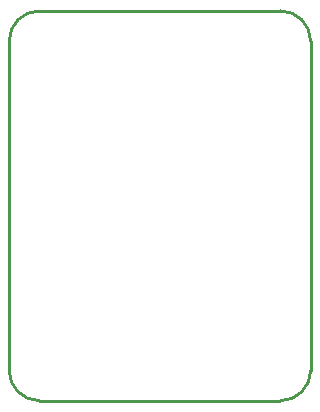
<source format=gko>
G04 Layer: BoardOutlineLayer*
G04 EasyEDA v6.5.48, 2025-02-28 21:12:29*
G04 f07ec6733612464396c25f3e913e17d3,f6e0bafd38ec4930a7932960837fbf78,10*
G04 Gerber Generator version 0.2*
G04 Scale: 100 percent, Rotated: No, Reflected: No *
G04 Dimensions in millimeters *
G04 leading zeros omitted , absolute positions ,4 integer and 5 decimal *
%FSLAX45Y45*%
%MOMM*%

%ADD10C,0.2540*%
D10*
X2552694Y-255300D02*
G01*
X2552694Y-3044692D01*
X2297394Y-3299993D02*
G01*
X255300Y-3299993D01*
X0Y-3044692D02*
G01*
X0Y-255300D01*
X255300Y0D02*
G01*
X2297394Y0D01*
G75*
G01*
X2297395Y0D02*
G02*
X2552695Y-255299I-1J-255300D01*
G75*
G01*
X255299Y-3299993D02*
G02*
X0Y-3044694I1J255300D01*
G75*
G01*
X0Y-255299D02*
G02*
X255299Y0I255300J-1D01*
G75*
G01*
X2552695Y-3044694D02*
G02*
X2297395Y-3299993I-255301J1D01*

%LPD*%
M02*

</source>
